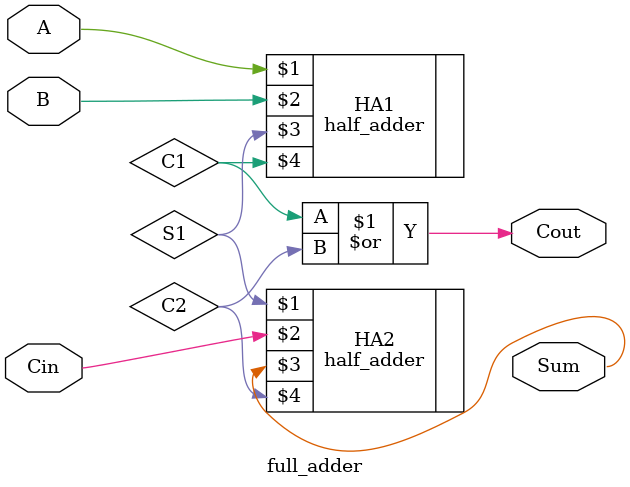
<source format=v>
`timescale 1ns / 1ps


module full_adder (
    input  wire A, B, Cin,
    output wire Sum, Cout
);

wire S1, C1, C2;

half_adder HA1 (A,B,S1,C1);
half_adder HA2 (S1, Cin, Sum, C2);

assign Cout = C1 | C2;

endmodule

</source>
